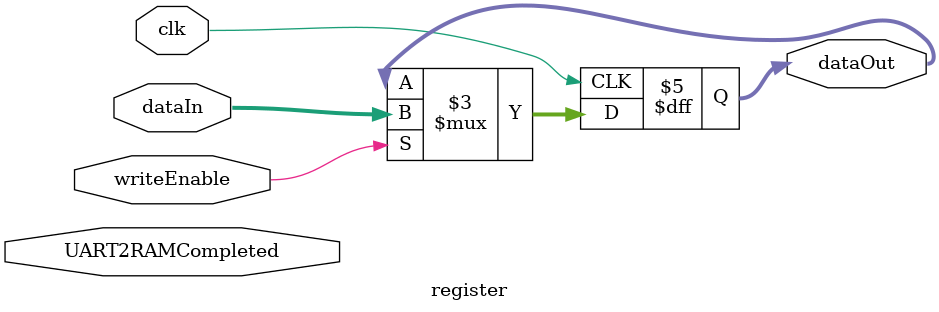
<source format=v>
`timescale 1ns / 1ps
module register(clk, dataIn, dataOut, writeEnable, UART2RAMCompleted);
	input clk, writeEnable, UART2RAMCompleted;
	input [15:0] dataIn;
	output [15:0] dataOut;
	reg [15:0] dataOut=0;
	
	always @(posedge clk)
		begin
			if (writeEnable)
				begin
					dataOut <= dataIn;
				end
		end

endmodule

</source>
